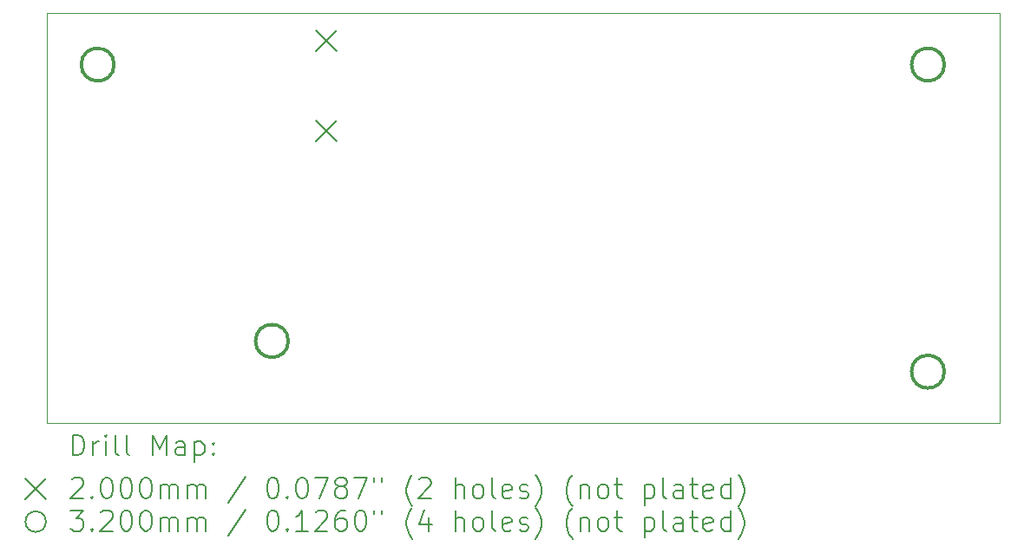
<source format=gbr>
%TF.GenerationSoftware,KiCad,Pcbnew,7.0.9-69-ge1c0bddff3*%
%TF.CreationDate,2024-02-19T13:42:37+01:00*%
%TF.ProjectId,ASP_Backplane,4153505f-4261-4636-9b70-6c616e652e6b,B*%
%TF.SameCoordinates,Original*%
%TF.FileFunction,Drillmap*%
%TF.FilePolarity,Positive*%
%FSLAX45Y45*%
G04 Gerber Fmt 4.5, Leading zero omitted, Abs format (unit mm)*
G04 Created by KiCad (PCBNEW 7.0.9-69-ge1c0bddff3) date 2024-02-19 13:42:37*
%MOMM*%
%LPD*%
G01*
G04 APERTURE LIST*
%ADD10C,0.100000*%
%ADD11C,0.200000*%
%ADD12C,0.320000*%
G04 APERTURE END LIST*
D10*
X4400000Y-12600000D02*
X13700000Y-12600000D01*
X13700000Y-16600000D01*
X4400000Y-16600000D01*
X4400000Y-12600000D01*
D11*
X7030000Y-12770000D02*
X7230000Y-12970000D01*
X7230000Y-12770000D02*
X7030000Y-12970000D01*
X7030000Y-13650000D02*
X7230000Y-13850000D01*
X7230000Y-13650000D02*
X7030000Y-13850000D01*
D12*
X5060000Y-13100000D02*
G75*
G03*
X5060000Y-13100000I-160000J0D01*
G01*
X6760000Y-15800000D02*
G75*
G03*
X6760000Y-15800000I-160000J0D01*
G01*
X13160000Y-13100000D02*
G75*
G03*
X13160000Y-13100000I-160000J0D01*
G01*
X13160000Y-16100000D02*
G75*
G03*
X13160000Y-16100000I-160000J0D01*
G01*
D11*
X4655777Y-16916484D02*
X4655777Y-16716484D01*
X4655777Y-16716484D02*
X4703396Y-16716484D01*
X4703396Y-16716484D02*
X4731967Y-16726008D01*
X4731967Y-16726008D02*
X4751015Y-16745055D01*
X4751015Y-16745055D02*
X4760539Y-16764103D01*
X4760539Y-16764103D02*
X4770063Y-16802198D01*
X4770063Y-16802198D02*
X4770063Y-16830770D01*
X4770063Y-16830770D02*
X4760539Y-16868865D01*
X4760539Y-16868865D02*
X4751015Y-16887912D01*
X4751015Y-16887912D02*
X4731967Y-16906960D01*
X4731967Y-16906960D02*
X4703396Y-16916484D01*
X4703396Y-16916484D02*
X4655777Y-16916484D01*
X4855777Y-16916484D02*
X4855777Y-16783150D01*
X4855777Y-16821246D02*
X4865301Y-16802198D01*
X4865301Y-16802198D02*
X4874824Y-16792674D01*
X4874824Y-16792674D02*
X4893872Y-16783150D01*
X4893872Y-16783150D02*
X4912920Y-16783150D01*
X4979586Y-16916484D02*
X4979586Y-16783150D01*
X4979586Y-16716484D02*
X4970063Y-16726008D01*
X4970063Y-16726008D02*
X4979586Y-16735531D01*
X4979586Y-16735531D02*
X4989110Y-16726008D01*
X4989110Y-16726008D02*
X4979586Y-16716484D01*
X4979586Y-16716484D02*
X4979586Y-16735531D01*
X5103396Y-16916484D02*
X5084348Y-16906960D01*
X5084348Y-16906960D02*
X5074824Y-16887912D01*
X5074824Y-16887912D02*
X5074824Y-16716484D01*
X5208158Y-16916484D02*
X5189110Y-16906960D01*
X5189110Y-16906960D02*
X5179586Y-16887912D01*
X5179586Y-16887912D02*
X5179586Y-16716484D01*
X5436729Y-16916484D02*
X5436729Y-16716484D01*
X5436729Y-16716484D02*
X5503396Y-16859341D01*
X5503396Y-16859341D02*
X5570063Y-16716484D01*
X5570063Y-16716484D02*
X5570063Y-16916484D01*
X5751015Y-16916484D02*
X5751015Y-16811722D01*
X5751015Y-16811722D02*
X5741491Y-16792674D01*
X5741491Y-16792674D02*
X5722443Y-16783150D01*
X5722443Y-16783150D02*
X5684348Y-16783150D01*
X5684348Y-16783150D02*
X5665301Y-16792674D01*
X5751015Y-16906960D02*
X5731967Y-16916484D01*
X5731967Y-16916484D02*
X5684348Y-16916484D01*
X5684348Y-16916484D02*
X5665301Y-16906960D01*
X5665301Y-16906960D02*
X5655777Y-16887912D01*
X5655777Y-16887912D02*
X5655777Y-16868865D01*
X5655777Y-16868865D02*
X5665301Y-16849817D01*
X5665301Y-16849817D02*
X5684348Y-16840293D01*
X5684348Y-16840293D02*
X5731967Y-16840293D01*
X5731967Y-16840293D02*
X5751015Y-16830770D01*
X5846253Y-16783150D02*
X5846253Y-16983150D01*
X5846253Y-16792674D02*
X5865301Y-16783150D01*
X5865301Y-16783150D02*
X5903396Y-16783150D01*
X5903396Y-16783150D02*
X5922443Y-16792674D01*
X5922443Y-16792674D02*
X5931967Y-16802198D01*
X5931967Y-16802198D02*
X5941491Y-16821246D01*
X5941491Y-16821246D02*
X5941491Y-16878389D01*
X5941491Y-16878389D02*
X5931967Y-16897436D01*
X5931967Y-16897436D02*
X5922443Y-16906960D01*
X5922443Y-16906960D02*
X5903396Y-16916484D01*
X5903396Y-16916484D02*
X5865301Y-16916484D01*
X5865301Y-16916484D02*
X5846253Y-16906960D01*
X6027205Y-16897436D02*
X6036729Y-16906960D01*
X6036729Y-16906960D02*
X6027205Y-16916484D01*
X6027205Y-16916484D02*
X6017682Y-16906960D01*
X6017682Y-16906960D02*
X6027205Y-16897436D01*
X6027205Y-16897436D02*
X6027205Y-16916484D01*
X6027205Y-16792674D02*
X6036729Y-16802198D01*
X6036729Y-16802198D02*
X6027205Y-16811722D01*
X6027205Y-16811722D02*
X6017682Y-16802198D01*
X6017682Y-16802198D02*
X6027205Y-16792674D01*
X6027205Y-16792674D02*
X6027205Y-16811722D01*
X4195000Y-17145000D02*
X4395000Y-17345000D01*
X4395000Y-17145000D02*
X4195000Y-17345000D01*
X4646253Y-17155531D02*
X4655777Y-17146008D01*
X4655777Y-17146008D02*
X4674824Y-17136484D01*
X4674824Y-17136484D02*
X4722444Y-17136484D01*
X4722444Y-17136484D02*
X4741491Y-17146008D01*
X4741491Y-17146008D02*
X4751015Y-17155531D01*
X4751015Y-17155531D02*
X4760539Y-17174579D01*
X4760539Y-17174579D02*
X4760539Y-17193627D01*
X4760539Y-17193627D02*
X4751015Y-17222198D01*
X4751015Y-17222198D02*
X4636729Y-17336484D01*
X4636729Y-17336484D02*
X4760539Y-17336484D01*
X4846253Y-17317436D02*
X4855777Y-17326960D01*
X4855777Y-17326960D02*
X4846253Y-17336484D01*
X4846253Y-17336484D02*
X4836729Y-17326960D01*
X4836729Y-17326960D02*
X4846253Y-17317436D01*
X4846253Y-17317436D02*
X4846253Y-17336484D01*
X4979586Y-17136484D02*
X4998634Y-17136484D01*
X4998634Y-17136484D02*
X5017682Y-17146008D01*
X5017682Y-17146008D02*
X5027205Y-17155531D01*
X5027205Y-17155531D02*
X5036729Y-17174579D01*
X5036729Y-17174579D02*
X5046253Y-17212674D01*
X5046253Y-17212674D02*
X5046253Y-17260293D01*
X5046253Y-17260293D02*
X5036729Y-17298389D01*
X5036729Y-17298389D02*
X5027205Y-17317436D01*
X5027205Y-17317436D02*
X5017682Y-17326960D01*
X5017682Y-17326960D02*
X4998634Y-17336484D01*
X4998634Y-17336484D02*
X4979586Y-17336484D01*
X4979586Y-17336484D02*
X4960539Y-17326960D01*
X4960539Y-17326960D02*
X4951015Y-17317436D01*
X4951015Y-17317436D02*
X4941491Y-17298389D01*
X4941491Y-17298389D02*
X4931967Y-17260293D01*
X4931967Y-17260293D02*
X4931967Y-17212674D01*
X4931967Y-17212674D02*
X4941491Y-17174579D01*
X4941491Y-17174579D02*
X4951015Y-17155531D01*
X4951015Y-17155531D02*
X4960539Y-17146008D01*
X4960539Y-17146008D02*
X4979586Y-17136484D01*
X5170063Y-17136484D02*
X5189110Y-17136484D01*
X5189110Y-17136484D02*
X5208158Y-17146008D01*
X5208158Y-17146008D02*
X5217682Y-17155531D01*
X5217682Y-17155531D02*
X5227205Y-17174579D01*
X5227205Y-17174579D02*
X5236729Y-17212674D01*
X5236729Y-17212674D02*
X5236729Y-17260293D01*
X5236729Y-17260293D02*
X5227205Y-17298389D01*
X5227205Y-17298389D02*
X5217682Y-17317436D01*
X5217682Y-17317436D02*
X5208158Y-17326960D01*
X5208158Y-17326960D02*
X5189110Y-17336484D01*
X5189110Y-17336484D02*
X5170063Y-17336484D01*
X5170063Y-17336484D02*
X5151015Y-17326960D01*
X5151015Y-17326960D02*
X5141491Y-17317436D01*
X5141491Y-17317436D02*
X5131967Y-17298389D01*
X5131967Y-17298389D02*
X5122444Y-17260293D01*
X5122444Y-17260293D02*
X5122444Y-17212674D01*
X5122444Y-17212674D02*
X5131967Y-17174579D01*
X5131967Y-17174579D02*
X5141491Y-17155531D01*
X5141491Y-17155531D02*
X5151015Y-17146008D01*
X5151015Y-17146008D02*
X5170063Y-17136484D01*
X5360539Y-17136484D02*
X5379586Y-17136484D01*
X5379586Y-17136484D02*
X5398634Y-17146008D01*
X5398634Y-17146008D02*
X5408158Y-17155531D01*
X5408158Y-17155531D02*
X5417682Y-17174579D01*
X5417682Y-17174579D02*
X5427205Y-17212674D01*
X5427205Y-17212674D02*
X5427205Y-17260293D01*
X5427205Y-17260293D02*
X5417682Y-17298389D01*
X5417682Y-17298389D02*
X5408158Y-17317436D01*
X5408158Y-17317436D02*
X5398634Y-17326960D01*
X5398634Y-17326960D02*
X5379586Y-17336484D01*
X5379586Y-17336484D02*
X5360539Y-17336484D01*
X5360539Y-17336484D02*
X5341491Y-17326960D01*
X5341491Y-17326960D02*
X5331967Y-17317436D01*
X5331967Y-17317436D02*
X5322444Y-17298389D01*
X5322444Y-17298389D02*
X5312920Y-17260293D01*
X5312920Y-17260293D02*
X5312920Y-17212674D01*
X5312920Y-17212674D02*
X5322444Y-17174579D01*
X5322444Y-17174579D02*
X5331967Y-17155531D01*
X5331967Y-17155531D02*
X5341491Y-17146008D01*
X5341491Y-17146008D02*
X5360539Y-17136484D01*
X5512920Y-17336484D02*
X5512920Y-17203150D01*
X5512920Y-17222198D02*
X5522444Y-17212674D01*
X5522444Y-17212674D02*
X5541491Y-17203150D01*
X5541491Y-17203150D02*
X5570063Y-17203150D01*
X5570063Y-17203150D02*
X5589110Y-17212674D01*
X5589110Y-17212674D02*
X5598634Y-17231722D01*
X5598634Y-17231722D02*
X5598634Y-17336484D01*
X5598634Y-17231722D02*
X5608158Y-17212674D01*
X5608158Y-17212674D02*
X5627205Y-17203150D01*
X5627205Y-17203150D02*
X5655777Y-17203150D01*
X5655777Y-17203150D02*
X5674824Y-17212674D01*
X5674824Y-17212674D02*
X5684348Y-17231722D01*
X5684348Y-17231722D02*
X5684348Y-17336484D01*
X5779586Y-17336484D02*
X5779586Y-17203150D01*
X5779586Y-17222198D02*
X5789110Y-17212674D01*
X5789110Y-17212674D02*
X5808158Y-17203150D01*
X5808158Y-17203150D02*
X5836729Y-17203150D01*
X5836729Y-17203150D02*
X5855777Y-17212674D01*
X5855777Y-17212674D02*
X5865301Y-17231722D01*
X5865301Y-17231722D02*
X5865301Y-17336484D01*
X5865301Y-17231722D02*
X5874824Y-17212674D01*
X5874824Y-17212674D02*
X5893872Y-17203150D01*
X5893872Y-17203150D02*
X5922443Y-17203150D01*
X5922443Y-17203150D02*
X5941491Y-17212674D01*
X5941491Y-17212674D02*
X5951015Y-17231722D01*
X5951015Y-17231722D02*
X5951015Y-17336484D01*
X6341491Y-17126960D02*
X6170063Y-17384103D01*
X6598634Y-17136484D02*
X6617682Y-17136484D01*
X6617682Y-17136484D02*
X6636729Y-17146008D01*
X6636729Y-17146008D02*
X6646253Y-17155531D01*
X6646253Y-17155531D02*
X6655777Y-17174579D01*
X6655777Y-17174579D02*
X6665301Y-17212674D01*
X6665301Y-17212674D02*
X6665301Y-17260293D01*
X6665301Y-17260293D02*
X6655777Y-17298389D01*
X6655777Y-17298389D02*
X6646253Y-17317436D01*
X6646253Y-17317436D02*
X6636729Y-17326960D01*
X6636729Y-17326960D02*
X6617682Y-17336484D01*
X6617682Y-17336484D02*
X6598634Y-17336484D01*
X6598634Y-17336484D02*
X6579586Y-17326960D01*
X6579586Y-17326960D02*
X6570063Y-17317436D01*
X6570063Y-17317436D02*
X6560539Y-17298389D01*
X6560539Y-17298389D02*
X6551015Y-17260293D01*
X6551015Y-17260293D02*
X6551015Y-17212674D01*
X6551015Y-17212674D02*
X6560539Y-17174579D01*
X6560539Y-17174579D02*
X6570063Y-17155531D01*
X6570063Y-17155531D02*
X6579586Y-17146008D01*
X6579586Y-17146008D02*
X6598634Y-17136484D01*
X6751015Y-17317436D02*
X6760539Y-17326960D01*
X6760539Y-17326960D02*
X6751015Y-17336484D01*
X6751015Y-17336484D02*
X6741491Y-17326960D01*
X6741491Y-17326960D02*
X6751015Y-17317436D01*
X6751015Y-17317436D02*
X6751015Y-17336484D01*
X6884348Y-17136484D02*
X6903396Y-17136484D01*
X6903396Y-17136484D02*
X6922444Y-17146008D01*
X6922444Y-17146008D02*
X6931967Y-17155531D01*
X6931967Y-17155531D02*
X6941491Y-17174579D01*
X6941491Y-17174579D02*
X6951015Y-17212674D01*
X6951015Y-17212674D02*
X6951015Y-17260293D01*
X6951015Y-17260293D02*
X6941491Y-17298389D01*
X6941491Y-17298389D02*
X6931967Y-17317436D01*
X6931967Y-17317436D02*
X6922444Y-17326960D01*
X6922444Y-17326960D02*
X6903396Y-17336484D01*
X6903396Y-17336484D02*
X6884348Y-17336484D01*
X6884348Y-17336484D02*
X6865301Y-17326960D01*
X6865301Y-17326960D02*
X6855777Y-17317436D01*
X6855777Y-17317436D02*
X6846253Y-17298389D01*
X6846253Y-17298389D02*
X6836729Y-17260293D01*
X6836729Y-17260293D02*
X6836729Y-17212674D01*
X6836729Y-17212674D02*
X6846253Y-17174579D01*
X6846253Y-17174579D02*
X6855777Y-17155531D01*
X6855777Y-17155531D02*
X6865301Y-17146008D01*
X6865301Y-17146008D02*
X6884348Y-17136484D01*
X7017682Y-17136484D02*
X7151015Y-17136484D01*
X7151015Y-17136484D02*
X7065301Y-17336484D01*
X7255777Y-17222198D02*
X7236729Y-17212674D01*
X7236729Y-17212674D02*
X7227206Y-17203150D01*
X7227206Y-17203150D02*
X7217682Y-17184103D01*
X7217682Y-17184103D02*
X7217682Y-17174579D01*
X7217682Y-17174579D02*
X7227206Y-17155531D01*
X7227206Y-17155531D02*
X7236729Y-17146008D01*
X7236729Y-17146008D02*
X7255777Y-17136484D01*
X7255777Y-17136484D02*
X7293872Y-17136484D01*
X7293872Y-17136484D02*
X7312920Y-17146008D01*
X7312920Y-17146008D02*
X7322444Y-17155531D01*
X7322444Y-17155531D02*
X7331967Y-17174579D01*
X7331967Y-17174579D02*
X7331967Y-17184103D01*
X7331967Y-17184103D02*
X7322444Y-17203150D01*
X7322444Y-17203150D02*
X7312920Y-17212674D01*
X7312920Y-17212674D02*
X7293872Y-17222198D01*
X7293872Y-17222198D02*
X7255777Y-17222198D01*
X7255777Y-17222198D02*
X7236729Y-17231722D01*
X7236729Y-17231722D02*
X7227206Y-17241246D01*
X7227206Y-17241246D02*
X7217682Y-17260293D01*
X7217682Y-17260293D02*
X7217682Y-17298389D01*
X7217682Y-17298389D02*
X7227206Y-17317436D01*
X7227206Y-17317436D02*
X7236729Y-17326960D01*
X7236729Y-17326960D02*
X7255777Y-17336484D01*
X7255777Y-17336484D02*
X7293872Y-17336484D01*
X7293872Y-17336484D02*
X7312920Y-17326960D01*
X7312920Y-17326960D02*
X7322444Y-17317436D01*
X7322444Y-17317436D02*
X7331967Y-17298389D01*
X7331967Y-17298389D02*
X7331967Y-17260293D01*
X7331967Y-17260293D02*
X7322444Y-17241246D01*
X7322444Y-17241246D02*
X7312920Y-17231722D01*
X7312920Y-17231722D02*
X7293872Y-17222198D01*
X7398634Y-17136484D02*
X7531967Y-17136484D01*
X7531967Y-17136484D02*
X7446253Y-17336484D01*
X7598634Y-17136484D02*
X7598634Y-17174579D01*
X7674825Y-17136484D02*
X7674825Y-17174579D01*
X7970063Y-17412674D02*
X7960539Y-17403150D01*
X7960539Y-17403150D02*
X7941491Y-17374579D01*
X7941491Y-17374579D02*
X7931968Y-17355531D01*
X7931968Y-17355531D02*
X7922444Y-17326960D01*
X7922444Y-17326960D02*
X7912920Y-17279341D01*
X7912920Y-17279341D02*
X7912920Y-17241246D01*
X7912920Y-17241246D02*
X7922444Y-17193627D01*
X7922444Y-17193627D02*
X7931968Y-17165055D01*
X7931968Y-17165055D02*
X7941491Y-17146008D01*
X7941491Y-17146008D02*
X7960539Y-17117436D01*
X7960539Y-17117436D02*
X7970063Y-17107912D01*
X8036729Y-17155531D02*
X8046253Y-17146008D01*
X8046253Y-17146008D02*
X8065301Y-17136484D01*
X8065301Y-17136484D02*
X8112920Y-17136484D01*
X8112920Y-17136484D02*
X8131968Y-17146008D01*
X8131968Y-17146008D02*
X8141491Y-17155531D01*
X8141491Y-17155531D02*
X8151015Y-17174579D01*
X8151015Y-17174579D02*
X8151015Y-17193627D01*
X8151015Y-17193627D02*
X8141491Y-17222198D01*
X8141491Y-17222198D02*
X8027206Y-17336484D01*
X8027206Y-17336484D02*
X8151015Y-17336484D01*
X8389111Y-17336484D02*
X8389111Y-17136484D01*
X8474825Y-17336484D02*
X8474825Y-17231722D01*
X8474825Y-17231722D02*
X8465301Y-17212674D01*
X8465301Y-17212674D02*
X8446253Y-17203150D01*
X8446253Y-17203150D02*
X8417682Y-17203150D01*
X8417682Y-17203150D02*
X8398634Y-17212674D01*
X8398634Y-17212674D02*
X8389111Y-17222198D01*
X8598634Y-17336484D02*
X8579587Y-17326960D01*
X8579587Y-17326960D02*
X8570063Y-17317436D01*
X8570063Y-17317436D02*
X8560539Y-17298389D01*
X8560539Y-17298389D02*
X8560539Y-17241246D01*
X8560539Y-17241246D02*
X8570063Y-17222198D01*
X8570063Y-17222198D02*
X8579587Y-17212674D01*
X8579587Y-17212674D02*
X8598634Y-17203150D01*
X8598634Y-17203150D02*
X8627206Y-17203150D01*
X8627206Y-17203150D02*
X8646253Y-17212674D01*
X8646253Y-17212674D02*
X8655777Y-17222198D01*
X8655777Y-17222198D02*
X8665301Y-17241246D01*
X8665301Y-17241246D02*
X8665301Y-17298389D01*
X8665301Y-17298389D02*
X8655777Y-17317436D01*
X8655777Y-17317436D02*
X8646253Y-17326960D01*
X8646253Y-17326960D02*
X8627206Y-17336484D01*
X8627206Y-17336484D02*
X8598634Y-17336484D01*
X8779587Y-17336484D02*
X8760539Y-17326960D01*
X8760539Y-17326960D02*
X8751015Y-17307912D01*
X8751015Y-17307912D02*
X8751015Y-17136484D01*
X8931968Y-17326960D02*
X8912920Y-17336484D01*
X8912920Y-17336484D02*
X8874825Y-17336484D01*
X8874825Y-17336484D02*
X8855777Y-17326960D01*
X8855777Y-17326960D02*
X8846253Y-17307912D01*
X8846253Y-17307912D02*
X8846253Y-17231722D01*
X8846253Y-17231722D02*
X8855777Y-17212674D01*
X8855777Y-17212674D02*
X8874825Y-17203150D01*
X8874825Y-17203150D02*
X8912920Y-17203150D01*
X8912920Y-17203150D02*
X8931968Y-17212674D01*
X8931968Y-17212674D02*
X8941492Y-17231722D01*
X8941492Y-17231722D02*
X8941492Y-17250770D01*
X8941492Y-17250770D02*
X8846253Y-17269817D01*
X9017682Y-17326960D02*
X9036730Y-17336484D01*
X9036730Y-17336484D02*
X9074825Y-17336484D01*
X9074825Y-17336484D02*
X9093873Y-17326960D01*
X9093873Y-17326960D02*
X9103396Y-17307912D01*
X9103396Y-17307912D02*
X9103396Y-17298389D01*
X9103396Y-17298389D02*
X9093873Y-17279341D01*
X9093873Y-17279341D02*
X9074825Y-17269817D01*
X9074825Y-17269817D02*
X9046253Y-17269817D01*
X9046253Y-17269817D02*
X9027206Y-17260293D01*
X9027206Y-17260293D02*
X9017682Y-17241246D01*
X9017682Y-17241246D02*
X9017682Y-17231722D01*
X9017682Y-17231722D02*
X9027206Y-17212674D01*
X9027206Y-17212674D02*
X9046253Y-17203150D01*
X9046253Y-17203150D02*
X9074825Y-17203150D01*
X9074825Y-17203150D02*
X9093873Y-17212674D01*
X9170063Y-17412674D02*
X9179587Y-17403150D01*
X9179587Y-17403150D02*
X9198634Y-17374579D01*
X9198634Y-17374579D02*
X9208158Y-17355531D01*
X9208158Y-17355531D02*
X9217682Y-17326960D01*
X9217682Y-17326960D02*
X9227206Y-17279341D01*
X9227206Y-17279341D02*
X9227206Y-17241246D01*
X9227206Y-17241246D02*
X9217682Y-17193627D01*
X9217682Y-17193627D02*
X9208158Y-17165055D01*
X9208158Y-17165055D02*
X9198634Y-17146008D01*
X9198634Y-17146008D02*
X9179587Y-17117436D01*
X9179587Y-17117436D02*
X9170063Y-17107912D01*
X9531968Y-17412674D02*
X9522444Y-17403150D01*
X9522444Y-17403150D02*
X9503396Y-17374579D01*
X9503396Y-17374579D02*
X9493873Y-17355531D01*
X9493873Y-17355531D02*
X9484349Y-17326960D01*
X9484349Y-17326960D02*
X9474825Y-17279341D01*
X9474825Y-17279341D02*
X9474825Y-17241246D01*
X9474825Y-17241246D02*
X9484349Y-17193627D01*
X9484349Y-17193627D02*
X9493873Y-17165055D01*
X9493873Y-17165055D02*
X9503396Y-17146008D01*
X9503396Y-17146008D02*
X9522444Y-17117436D01*
X9522444Y-17117436D02*
X9531968Y-17107912D01*
X9608158Y-17203150D02*
X9608158Y-17336484D01*
X9608158Y-17222198D02*
X9617682Y-17212674D01*
X9617682Y-17212674D02*
X9636730Y-17203150D01*
X9636730Y-17203150D02*
X9665301Y-17203150D01*
X9665301Y-17203150D02*
X9684349Y-17212674D01*
X9684349Y-17212674D02*
X9693873Y-17231722D01*
X9693873Y-17231722D02*
X9693873Y-17336484D01*
X9817682Y-17336484D02*
X9798634Y-17326960D01*
X9798634Y-17326960D02*
X9789111Y-17317436D01*
X9789111Y-17317436D02*
X9779587Y-17298389D01*
X9779587Y-17298389D02*
X9779587Y-17241246D01*
X9779587Y-17241246D02*
X9789111Y-17222198D01*
X9789111Y-17222198D02*
X9798634Y-17212674D01*
X9798634Y-17212674D02*
X9817682Y-17203150D01*
X9817682Y-17203150D02*
X9846254Y-17203150D01*
X9846254Y-17203150D02*
X9865301Y-17212674D01*
X9865301Y-17212674D02*
X9874825Y-17222198D01*
X9874825Y-17222198D02*
X9884349Y-17241246D01*
X9884349Y-17241246D02*
X9884349Y-17298389D01*
X9884349Y-17298389D02*
X9874825Y-17317436D01*
X9874825Y-17317436D02*
X9865301Y-17326960D01*
X9865301Y-17326960D02*
X9846254Y-17336484D01*
X9846254Y-17336484D02*
X9817682Y-17336484D01*
X9941492Y-17203150D02*
X10017682Y-17203150D01*
X9970063Y-17136484D02*
X9970063Y-17307912D01*
X9970063Y-17307912D02*
X9979587Y-17326960D01*
X9979587Y-17326960D02*
X9998634Y-17336484D01*
X9998634Y-17336484D02*
X10017682Y-17336484D01*
X10236730Y-17203150D02*
X10236730Y-17403150D01*
X10236730Y-17212674D02*
X10255777Y-17203150D01*
X10255777Y-17203150D02*
X10293873Y-17203150D01*
X10293873Y-17203150D02*
X10312920Y-17212674D01*
X10312920Y-17212674D02*
X10322444Y-17222198D01*
X10322444Y-17222198D02*
X10331968Y-17241246D01*
X10331968Y-17241246D02*
X10331968Y-17298389D01*
X10331968Y-17298389D02*
X10322444Y-17317436D01*
X10322444Y-17317436D02*
X10312920Y-17326960D01*
X10312920Y-17326960D02*
X10293873Y-17336484D01*
X10293873Y-17336484D02*
X10255777Y-17336484D01*
X10255777Y-17336484D02*
X10236730Y-17326960D01*
X10446254Y-17336484D02*
X10427206Y-17326960D01*
X10427206Y-17326960D02*
X10417682Y-17307912D01*
X10417682Y-17307912D02*
X10417682Y-17136484D01*
X10608158Y-17336484D02*
X10608158Y-17231722D01*
X10608158Y-17231722D02*
X10598635Y-17212674D01*
X10598635Y-17212674D02*
X10579587Y-17203150D01*
X10579587Y-17203150D02*
X10541492Y-17203150D01*
X10541492Y-17203150D02*
X10522444Y-17212674D01*
X10608158Y-17326960D02*
X10589111Y-17336484D01*
X10589111Y-17336484D02*
X10541492Y-17336484D01*
X10541492Y-17336484D02*
X10522444Y-17326960D01*
X10522444Y-17326960D02*
X10512920Y-17307912D01*
X10512920Y-17307912D02*
X10512920Y-17288865D01*
X10512920Y-17288865D02*
X10522444Y-17269817D01*
X10522444Y-17269817D02*
X10541492Y-17260293D01*
X10541492Y-17260293D02*
X10589111Y-17260293D01*
X10589111Y-17260293D02*
X10608158Y-17250770D01*
X10674825Y-17203150D02*
X10751015Y-17203150D01*
X10703396Y-17136484D02*
X10703396Y-17307912D01*
X10703396Y-17307912D02*
X10712920Y-17326960D01*
X10712920Y-17326960D02*
X10731968Y-17336484D01*
X10731968Y-17336484D02*
X10751015Y-17336484D01*
X10893873Y-17326960D02*
X10874825Y-17336484D01*
X10874825Y-17336484D02*
X10836730Y-17336484D01*
X10836730Y-17336484D02*
X10817682Y-17326960D01*
X10817682Y-17326960D02*
X10808158Y-17307912D01*
X10808158Y-17307912D02*
X10808158Y-17231722D01*
X10808158Y-17231722D02*
X10817682Y-17212674D01*
X10817682Y-17212674D02*
X10836730Y-17203150D01*
X10836730Y-17203150D02*
X10874825Y-17203150D01*
X10874825Y-17203150D02*
X10893873Y-17212674D01*
X10893873Y-17212674D02*
X10903396Y-17231722D01*
X10903396Y-17231722D02*
X10903396Y-17250770D01*
X10903396Y-17250770D02*
X10808158Y-17269817D01*
X11074825Y-17336484D02*
X11074825Y-17136484D01*
X11074825Y-17326960D02*
X11055777Y-17336484D01*
X11055777Y-17336484D02*
X11017682Y-17336484D01*
X11017682Y-17336484D02*
X10998635Y-17326960D01*
X10998635Y-17326960D02*
X10989111Y-17317436D01*
X10989111Y-17317436D02*
X10979587Y-17298389D01*
X10979587Y-17298389D02*
X10979587Y-17241246D01*
X10979587Y-17241246D02*
X10989111Y-17222198D01*
X10989111Y-17222198D02*
X10998635Y-17212674D01*
X10998635Y-17212674D02*
X11017682Y-17203150D01*
X11017682Y-17203150D02*
X11055777Y-17203150D01*
X11055777Y-17203150D02*
X11074825Y-17212674D01*
X11151016Y-17412674D02*
X11160539Y-17403150D01*
X11160539Y-17403150D02*
X11179587Y-17374579D01*
X11179587Y-17374579D02*
X11189111Y-17355531D01*
X11189111Y-17355531D02*
X11198634Y-17326960D01*
X11198634Y-17326960D02*
X11208158Y-17279341D01*
X11208158Y-17279341D02*
X11208158Y-17241246D01*
X11208158Y-17241246D02*
X11198634Y-17193627D01*
X11198634Y-17193627D02*
X11189111Y-17165055D01*
X11189111Y-17165055D02*
X11179587Y-17146008D01*
X11179587Y-17146008D02*
X11160539Y-17117436D01*
X11160539Y-17117436D02*
X11151016Y-17107912D01*
X4395000Y-17565000D02*
G75*
G03*
X4395000Y-17565000I-100000J0D01*
G01*
X4636729Y-17456484D02*
X4760539Y-17456484D01*
X4760539Y-17456484D02*
X4693872Y-17532674D01*
X4693872Y-17532674D02*
X4722444Y-17532674D01*
X4722444Y-17532674D02*
X4741491Y-17542198D01*
X4741491Y-17542198D02*
X4751015Y-17551722D01*
X4751015Y-17551722D02*
X4760539Y-17570770D01*
X4760539Y-17570770D02*
X4760539Y-17618389D01*
X4760539Y-17618389D02*
X4751015Y-17637436D01*
X4751015Y-17637436D02*
X4741491Y-17646960D01*
X4741491Y-17646960D02*
X4722444Y-17656484D01*
X4722444Y-17656484D02*
X4665301Y-17656484D01*
X4665301Y-17656484D02*
X4646253Y-17646960D01*
X4646253Y-17646960D02*
X4636729Y-17637436D01*
X4846253Y-17637436D02*
X4855777Y-17646960D01*
X4855777Y-17646960D02*
X4846253Y-17656484D01*
X4846253Y-17656484D02*
X4836729Y-17646960D01*
X4836729Y-17646960D02*
X4846253Y-17637436D01*
X4846253Y-17637436D02*
X4846253Y-17656484D01*
X4931967Y-17475531D02*
X4941491Y-17466008D01*
X4941491Y-17466008D02*
X4960539Y-17456484D01*
X4960539Y-17456484D02*
X5008158Y-17456484D01*
X5008158Y-17456484D02*
X5027205Y-17466008D01*
X5027205Y-17466008D02*
X5036729Y-17475531D01*
X5036729Y-17475531D02*
X5046253Y-17494579D01*
X5046253Y-17494579D02*
X5046253Y-17513627D01*
X5046253Y-17513627D02*
X5036729Y-17542198D01*
X5036729Y-17542198D02*
X4922444Y-17656484D01*
X4922444Y-17656484D02*
X5046253Y-17656484D01*
X5170063Y-17456484D02*
X5189110Y-17456484D01*
X5189110Y-17456484D02*
X5208158Y-17466008D01*
X5208158Y-17466008D02*
X5217682Y-17475531D01*
X5217682Y-17475531D02*
X5227205Y-17494579D01*
X5227205Y-17494579D02*
X5236729Y-17532674D01*
X5236729Y-17532674D02*
X5236729Y-17580293D01*
X5236729Y-17580293D02*
X5227205Y-17618389D01*
X5227205Y-17618389D02*
X5217682Y-17637436D01*
X5217682Y-17637436D02*
X5208158Y-17646960D01*
X5208158Y-17646960D02*
X5189110Y-17656484D01*
X5189110Y-17656484D02*
X5170063Y-17656484D01*
X5170063Y-17656484D02*
X5151015Y-17646960D01*
X5151015Y-17646960D02*
X5141491Y-17637436D01*
X5141491Y-17637436D02*
X5131967Y-17618389D01*
X5131967Y-17618389D02*
X5122444Y-17580293D01*
X5122444Y-17580293D02*
X5122444Y-17532674D01*
X5122444Y-17532674D02*
X5131967Y-17494579D01*
X5131967Y-17494579D02*
X5141491Y-17475531D01*
X5141491Y-17475531D02*
X5151015Y-17466008D01*
X5151015Y-17466008D02*
X5170063Y-17456484D01*
X5360539Y-17456484D02*
X5379586Y-17456484D01*
X5379586Y-17456484D02*
X5398634Y-17466008D01*
X5398634Y-17466008D02*
X5408158Y-17475531D01*
X5408158Y-17475531D02*
X5417682Y-17494579D01*
X5417682Y-17494579D02*
X5427205Y-17532674D01*
X5427205Y-17532674D02*
X5427205Y-17580293D01*
X5427205Y-17580293D02*
X5417682Y-17618389D01*
X5417682Y-17618389D02*
X5408158Y-17637436D01*
X5408158Y-17637436D02*
X5398634Y-17646960D01*
X5398634Y-17646960D02*
X5379586Y-17656484D01*
X5379586Y-17656484D02*
X5360539Y-17656484D01*
X5360539Y-17656484D02*
X5341491Y-17646960D01*
X5341491Y-17646960D02*
X5331967Y-17637436D01*
X5331967Y-17637436D02*
X5322444Y-17618389D01*
X5322444Y-17618389D02*
X5312920Y-17580293D01*
X5312920Y-17580293D02*
X5312920Y-17532674D01*
X5312920Y-17532674D02*
X5322444Y-17494579D01*
X5322444Y-17494579D02*
X5331967Y-17475531D01*
X5331967Y-17475531D02*
X5341491Y-17466008D01*
X5341491Y-17466008D02*
X5360539Y-17456484D01*
X5512920Y-17656484D02*
X5512920Y-17523150D01*
X5512920Y-17542198D02*
X5522444Y-17532674D01*
X5522444Y-17532674D02*
X5541491Y-17523150D01*
X5541491Y-17523150D02*
X5570063Y-17523150D01*
X5570063Y-17523150D02*
X5589110Y-17532674D01*
X5589110Y-17532674D02*
X5598634Y-17551722D01*
X5598634Y-17551722D02*
X5598634Y-17656484D01*
X5598634Y-17551722D02*
X5608158Y-17532674D01*
X5608158Y-17532674D02*
X5627205Y-17523150D01*
X5627205Y-17523150D02*
X5655777Y-17523150D01*
X5655777Y-17523150D02*
X5674824Y-17532674D01*
X5674824Y-17532674D02*
X5684348Y-17551722D01*
X5684348Y-17551722D02*
X5684348Y-17656484D01*
X5779586Y-17656484D02*
X5779586Y-17523150D01*
X5779586Y-17542198D02*
X5789110Y-17532674D01*
X5789110Y-17532674D02*
X5808158Y-17523150D01*
X5808158Y-17523150D02*
X5836729Y-17523150D01*
X5836729Y-17523150D02*
X5855777Y-17532674D01*
X5855777Y-17532674D02*
X5865301Y-17551722D01*
X5865301Y-17551722D02*
X5865301Y-17656484D01*
X5865301Y-17551722D02*
X5874824Y-17532674D01*
X5874824Y-17532674D02*
X5893872Y-17523150D01*
X5893872Y-17523150D02*
X5922443Y-17523150D01*
X5922443Y-17523150D02*
X5941491Y-17532674D01*
X5941491Y-17532674D02*
X5951015Y-17551722D01*
X5951015Y-17551722D02*
X5951015Y-17656484D01*
X6341491Y-17446960D02*
X6170063Y-17704103D01*
X6598634Y-17456484D02*
X6617682Y-17456484D01*
X6617682Y-17456484D02*
X6636729Y-17466008D01*
X6636729Y-17466008D02*
X6646253Y-17475531D01*
X6646253Y-17475531D02*
X6655777Y-17494579D01*
X6655777Y-17494579D02*
X6665301Y-17532674D01*
X6665301Y-17532674D02*
X6665301Y-17580293D01*
X6665301Y-17580293D02*
X6655777Y-17618389D01*
X6655777Y-17618389D02*
X6646253Y-17637436D01*
X6646253Y-17637436D02*
X6636729Y-17646960D01*
X6636729Y-17646960D02*
X6617682Y-17656484D01*
X6617682Y-17656484D02*
X6598634Y-17656484D01*
X6598634Y-17656484D02*
X6579586Y-17646960D01*
X6579586Y-17646960D02*
X6570063Y-17637436D01*
X6570063Y-17637436D02*
X6560539Y-17618389D01*
X6560539Y-17618389D02*
X6551015Y-17580293D01*
X6551015Y-17580293D02*
X6551015Y-17532674D01*
X6551015Y-17532674D02*
X6560539Y-17494579D01*
X6560539Y-17494579D02*
X6570063Y-17475531D01*
X6570063Y-17475531D02*
X6579586Y-17466008D01*
X6579586Y-17466008D02*
X6598634Y-17456484D01*
X6751015Y-17637436D02*
X6760539Y-17646960D01*
X6760539Y-17646960D02*
X6751015Y-17656484D01*
X6751015Y-17656484D02*
X6741491Y-17646960D01*
X6741491Y-17646960D02*
X6751015Y-17637436D01*
X6751015Y-17637436D02*
X6751015Y-17656484D01*
X6951015Y-17656484D02*
X6836729Y-17656484D01*
X6893872Y-17656484D02*
X6893872Y-17456484D01*
X6893872Y-17456484D02*
X6874825Y-17485055D01*
X6874825Y-17485055D02*
X6855777Y-17504103D01*
X6855777Y-17504103D02*
X6836729Y-17513627D01*
X7027206Y-17475531D02*
X7036729Y-17466008D01*
X7036729Y-17466008D02*
X7055777Y-17456484D01*
X7055777Y-17456484D02*
X7103396Y-17456484D01*
X7103396Y-17456484D02*
X7122444Y-17466008D01*
X7122444Y-17466008D02*
X7131967Y-17475531D01*
X7131967Y-17475531D02*
X7141491Y-17494579D01*
X7141491Y-17494579D02*
X7141491Y-17513627D01*
X7141491Y-17513627D02*
X7131967Y-17542198D01*
X7131967Y-17542198D02*
X7017682Y-17656484D01*
X7017682Y-17656484D02*
X7141491Y-17656484D01*
X7312920Y-17456484D02*
X7274825Y-17456484D01*
X7274825Y-17456484D02*
X7255777Y-17466008D01*
X7255777Y-17466008D02*
X7246253Y-17475531D01*
X7246253Y-17475531D02*
X7227206Y-17504103D01*
X7227206Y-17504103D02*
X7217682Y-17542198D01*
X7217682Y-17542198D02*
X7217682Y-17618389D01*
X7217682Y-17618389D02*
X7227206Y-17637436D01*
X7227206Y-17637436D02*
X7236729Y-17646960D01*
X7236729Y-17646960D02*
X7255777Y-17656484D01*
X7255777Y-17656484D02*
X7293872Y-17656484D01*
X7293872Y-17656484D02*
X7312920Y-17646960D01*
X7312920Y-17646960D02*
X7322444Y-17637436D01*
X7322444Y-17637436D02*
X7331967Y-17618389D01*
X7331967Y-17618389D02*
X7331967Y-17570770D01*
X7331967Y-17570770D02*
X7322444Y-17551722D01*
X7322444Y-17551722D02*
X7312920Y-17542198D01*
X7312920Y-17542198D02*
X7293872Y-17532674D01*
X7293872Y-17532674D02*
X7255777Y-17532674D01*
X7255777Y-17532674D02*
X7236729Y-17542198D01*
X7236729Y-17542198D02*
X7227206Y-17551722D01*
X7227206Y-17551722D02*
X7217682Y-17570770D01*
X7455777Y-17456484D02*
X7474825Y-17456484D01*
X7474825Y-17456484D02*
X7493872Y-17466008D01*
X7493872Y-17466008D02*
X7503396Y-17475531D01*
X7503396Y-17475531D02*
X7512920Y-17494579D01*
X7512920Y-17494579D02*
X7522444Y-17532674D01*
X7522444Y-17532674D02*
X7522444Y-17580293D01*
X7522444Y-17580293D02*
X7512920Y-17618389D01*
X7512920Y-17618389D02*
X7503396Y-17637436D01*
X7503396Y-17637436D02*
X7493872Y-17646960D01*
X7493872Y-17646960D02*
X7474825Y-17656484D01*
X7474825Y-17656484D02*
X7455777Y-17656484D01*
X7455777Y-17656484D02*
X7436729Y-17646960D01*
X7436729Y-17646960D02*
X7427206Y-17637436D01*
X7427206Y-17637436D02*
X7417682Y-17618389D01*
X7417682Y-17618389D02*
X7408158Y-17580293D01*
X7408158Y-17580293D02*
X7408158Y-17532674D01*
X7408158Y-17532674D02*
X7417682Y-17494579D01*
X7417682Y-17494579D02*
X7427206Y-17475531D01*
X7427206Y-17475531D02*
X7436729Y-17466008D01*
X7436729Y-17466008D02*
X7455777Y-17456484D01*
X7598634Y-17456484D02*
X7598634Y-17494579D01*
X7674825Y-17456484D02*
X7674825Y-17494579D01*
X7970063Y-17732674D02*
X7960539Y-17723150D01*
X7960539Y-17723150D02*
X7941491Y-17694579D01*
X7941491Y-17694579D02*
X7931968Y-17675531D01*
X7931968Y-17675531D02*
X7922444Y-17646960D01*
X7922444Y-17646960D02*
X7912920Y-17599341D01*
X7912920Y-17599341D02*
X7912920Y-17561246D01*
X7912920Y-17561246D02*
X7922444Y-17513627D01*
X7922444Y-17513627D02*
X7931968Y-17485055D01*
X7931968Y-17485055D02*
X7941491Y-17466008D01*
X7941491Y-17466008D02*
X7960539Y-17437436D01*
X7960539Y-17437436D02*
X7970063Y-17427912D01*
X8131968Y-17523150D02*
X8131968Y-17656484D01*
X8084348Y-17446960D02*
X8036729Y-17589817D01*
X8036729Y-17589817D02*
X8160539Y-17589817D01*
X8389111Y-17656484D02*
X8389111Y-17456484D01*
X8474825Y-17656484D02*
X8474825Y-17551722D01*
X8474825Y-17551722D02*
X8465301Y-17532674D01*
X8465301Y-17532674D02*
X8446253Y-17523150D01*
X8446253Y-17523150D02*
X8417682Y-17523150D01*
X8417682Y-17523150D02*
X8398634Y-17532674D01*
X8398634Y-17532674D02*
X8389111Y-17542198D01*
X8598634Y-17656484D02*
X8579587Y-17646960D01*
X8579587Y-17646960D02*
X8570063Y-17637436D01*
X8570063Y-17637436D02*
X8560539Y-17618389D01*
X8560539Y-17618389D02*
X8560539Y-17561246D01*
X8560539Y-17561246D02*
X8570063Y-17542198D01*
X8570063Y-17542198D02*
X8579587Y-17532674D01*
X8579587Y-17532674D02*
X8598634Y-17523150D01*
X8598634Y-17523150D02*
X8627206Y-17523150D01*
X8627206Y-17523150D02*
X8646253Y-17532674D01*
X8646253Y-17532674D02*
X8655777Y-17542198D01*
X8655777Y-17542198D02*
X8665301Y-17561246D01*
X8665301Y-17561246D02*
X8665301Y-17618389D01*
X8665301Y-17618389D02*
X8655777Y-17637436D01*
X8655777Y-17637436D02*
X8646253Y-17646960D01*
X8646253Y-17646960D02*
X8627206Y-17656484D01*
X8627206Y-17656484D02*
X8598634Y-17656484D01*
X8779587Y-17656484D02*
X8760539Y-17646960D01*
X8760539Y-17646960D02*
X8751015Y-17627912D01*
X8751015Y-17627912D02*
X8751015Y-17456484D01*
X8931968Y-17646960D02*
X8912920Y-17656484D01*
X8912920Y-17656484D02*
X8874825Y-17656484D01*
X8874825Y-17656484D02*
X8855777Y-17646960D01*
X8855777Y-17646960D02*
X8846253Y-17627912D01*
X8846253Y-17627912D02*
X8846253Y-17551722D01*
X8846253Y-17551722D02*
X8855777Y-17532674D01*
X8855777Y-17532674D02*
X8874825Y-17523150D01*
X8874825Y-17523150D02*
X8912920Y-17523150D01*
X8912920Y-17523150D02*
X8931968Y-17532674D01*
X8931968Y-17532674D02*
X8941492Y-17551722D01*
X8941492Y-17551722D02*
X8941492Y-17570770D01*
X8941492Y-17570770D02*
X8846253Y-17589817D01*
X9017682Y-17646960D02*
X9036730Y-17656484D01*
X9036730Y-17656484D02*
X9074825Y-17656484D01*
X9074825Y-17656484D02*
X9093873Y-17646960D01*
X9093873Y-17646960D02*
X9103396Y-17627912D01*
X9103396Y-17627912D02*
X9103396Y-17618389D01*
X9103396Y-17618389D02*
X9093873Y-17599341D01*
X9093873Y-17599341D02*
X9074825Y-17589817D01*
X9074825Y-17589817D02*
X9046253Y-17589817D01*
X9046253Y-17589817D02*
X9027206Y-17580293D01*
X9027206Y-17580293D02*
X9017682Y-17561246D01*
X9017682Y-17561246D02*
X9017682Y-17551722D01*
X9017682Y-17551722D02*
X9027206Y-17532674D01*
X9027206Y-17532674D02*
X9046253Y-17523150D01*
X9046253Y-17523150D02*
X9074825Y-17523150D01*
X9074825Y-17523150D02*
X9093873Y-17532674D01*
X9170063Y-17732674D02*
X9179587Y-17723150D01*
X9179587Y-17723150D02*
X9198634Y-17694579D01*
X9198634Y-17694579D02*
X9208158Y-17675531D01*
X9208158Y-17675531D02*
X9217682Y-17646960D01*
X9217682Y-17646960D02*
X9227206Y-17599341D01*
X9227206Y-17599341D02*
X9227206Y-17561246D01*
X9227206Y-17561246D02*
X9217682Y-17513627D01*
X9217682Y-17513627D02*
X9208158Y-17485055D01*
X9208158Y-17485055D02*
X9198634Y-17466008D01*
X9198634Y-17466008D02*
X9179587Y-17437436D01*
X9179587Y-17437436D02*
X9170063Y-17427912D01*
X9531968Y-17732674D02*
X9522444Y-17723150D01*
X9522444Y-17723150D02*
X9503396Y-17694579D01*
X9503396Y-17694579D02*
X9493873Y-17675531D01*
X9493873Y-17675531D02*
X9484349Y-17646960D01*
X9484349Y-17646960D02*
X9474825Y-17599341D01*
X9474825Y-17599341D02*
X9474825Y-17561246D01*
X9474825Y-17561246D02*
X9484349Y-17513627D01*
X9484349Y-17513627D02*
X9493873Y-17485055D01*
X9493873Y-17485055D02*
X9503396Y-17466008D01*
X9503396Y-17466008D02*
X9522444Y-17437436D01*
X9522444Y-17437436D02*
X9531968Y-17427912D01*
X9608158Y-17523150D02*
X9608158Y-17656484D01*
X9608158Y-17542198D02*
X9617682Y-17532674D01*
X9617682Y-17532674D02*
X9636730Y-17523150D01*
X9636730Y-17523150D02*
X9665301Y-17523150D01*
X9665301Y-17523150D02*
X9684349Y-17532674D01*
X9684349Y-17532674D02*
X9693873Y-17551722D01*
X9693873Y-17551722D02*
X9693873Y-17656484D01*
X9817682Y-17656484D02*
X9798634Y-17646960D01*
X9798634Y-17646960D02*
X9789111Y-17637436D01*
X9789111Y-17637436D02*
X9779587Y-17618389D01*
X9779587Y-17618389D02*
X9779587Y-17561246D01*
X9779587Y-17561246D02*
X9789111Y-17542198D01*
X9789111Y-17542198D02*
X9798634Y-17532674D01*
X9798634Y-17532674D02*
X9817682Y-17523150D01*
X9817682Y-17523150D02*
X9846254Y-17523150D01*
X9846254Y-17523150D02*
X9865301Y-17532674D01*
X9865301Y-17532674D02*
X9874825Y-17542198D01*
X9874825Y-17542198D02*
X9884349Y-17561246D01*
X9884349Y-17561246D02*
X9884349Y-17618389D01*
X9884349Y-17618389D02*
X9874825Y-17637436D01*
X9874825Y-17637436D02*
X9865301Y-17646960D01*
X9865301Y-17646960D02*
X9846254Y-17656484D01*
X9846254Y-17656484D02*
X9817682Y-17656484D01*
X9941492Y-17523150D02*
X10017682Y-17523150D01*
X9970063Y-17456484D02*
X9970063Y-17627912D01*
X9970063Y-17627912D02*
X9979587Y-17646960D01*
X9979587Y-17646960D02*
X9998634Y-17656484D01*
X9998634Y-17656484D02*
X10017682Y-17656484D01*
X10236730Y-17523150D02*
X10236730Y-17723150D01*
X10236730Y-17532674D02*
X10255777Y-17523150D01*
X10255777Y-17523150D02*
X10293873Y-17523150D01*
X10293873Y-17523150D02*
X10312920Y-17532674D01*
X10312920Y-17532674D02*
X10322444Y-17542198D01*
X10322444Y-17542198D02*
X10331968Y-17561246D01*
X10331968Y-17561246D02*
X10331968Y-17618389D01*
X10331968Y-17618389D02*
X10322444Y-17637436D01*
X10322444Y-17637436D02*
X10312920Y-17646960D01*
X10312920Y-17646960D02*
X10293873Y-17656484D01*
X10293873Y-17656484D02*
X10255777Y-17656484D01*
X10255777Y-17656484D02*
X10236730Y-17646960D01*
X10446254Y-17656484D02*
X10427206Y-17646960D01*
X10427206Y-17646960D02*
X10417682Y-17627912D01*
X10417682Y-17627912D02*
X10417682Y-17456484D01*
X10608158Y-17656484D02*
X10608158Y-17551722D01*
X10608158Y-17551722D02*
X10598635Y-17532674D01*
X10598635Y-17532674D02*
X10579587Y-17523150D01*
X10579587Y-17523150D02*
X10541492Y-17523150D01*
X10541492Y-17523150D02*
X10522444Y-17532674D01*
X10608158Y-17646960D02*
X10589111Y-17656484D01*
X10589111Y-17656484D02*
X10541492Y-17656484D01*
X10541492Y-17656484D02*
X10522444Y-17646960D01*
X10522444Y-17646960D02*
X10512920Y-17627912D01*
X10512920Y-17627912D02*
X10512920Y-17608865D01*
X10512920Y-17608865D02*
X10522444Y-17589817D01*
X10522444Y-17589817D02*
X10541492Y-17580293D01*
X10541492Y-17580293D02*
X10589111Y-17580293D01*
X10589111Y-17580293D02*
X10608158Y-17570770D01*
X10674825Y-17523150D02*
X10751015Y-17523150D01*
X10703396Y-17456484D02*
X10703396Y-17627912D01*
X10703396Y-17627912D02*
X10712920Y-17646960D01*
X10712920Y-17646960D02*
X10731968Y-17656484D01*
X10731968Y-17656484D02*
X10751015Y-17656484D01*
X10893873Y-17646960D02*
X10874825Y-17656484D01*
X10874825Y-17656484D02*
X10836730Y-17656484D01*
X10836730Y-17656484D02*
X10817682Y-17646960D01*
X10817682Y-17646960D02*
X10808158Y-17627912D01*
X10808158Y-17627912D02*
X10808158Y-17551722D01*
X10808158Y-17551722D02*
X10817682Y-17532674D01*
X10817682Y-17532674D02*
X10836730Y-17523150D01*
X10836730Y-17523150D02*
X10874825Y-17523150D01*
X10874825Y-17523150D02*
X10893873Y-17532674D01*
X10893873Y-17532674D02*
X10903396Y-17551722D01*
X10903396Y-17551722D02*
X10903396Y-17570770D01*
X10903396Y-17570770D02*
X10808158Y-17589817D01*
X11074825Y-17656484D02*
X11074825Y-17456484D01*
X11074825Y-17646960D02*
X11055777Y-17656484D01*
X11055777Y-17656484D02*
X11017682Y-17656484D01*
X11017682Y-17656484D02*
X10998635Y-17646960D01*
X10998635Y-17646960D02*
X10989111Y-17637436D01*
X10989111Y-17637436D02*
X10979587Y-17618389D01*
X10979587Y-17618389D02*
X10979587Y-17561246D01*
X10979587Y-17561246D02*
X10989111Y-17542198D01*
X10989111Y-17542198D02*
X10998635Y-17532674D01*
X10998635Y-17532674D02*
X11017682Y-17523150D01*
X11017682Y-17523150D02*
X11055777Y-17523150D01*
X11055777Y-17523150D02*
X11074825Y-17532674D01*
X11151016Y-17732674D02*
X11160539Y-17723150D01*
X11160539Y-17723150D02*
X11179587Y-17694579D01*
X11179587Y-17694579D02*
X11189111Y-17675531D01*
X11189111Y-17675531D02*
X11198634Y-17646960D01*
X11198634Y-17646960D02*
X11208158Y-17599341D01*
X11208158Y-17599341D02*
X11208158Y-17561246D01*
X11208158Y-17561246D02*
X11198634Y-17513627D01*
X11198634Y-17513627D02*
X11189111Y-17485055D01*
X11189111Y-17485055D02*
X11179587Y-17466008D01*
X11179587Y-17466008D02*
X11160539Y-17437436D01*
X11160539Y-17437436D02*
X11151016Y-17427912D01*
M02*

</source>
